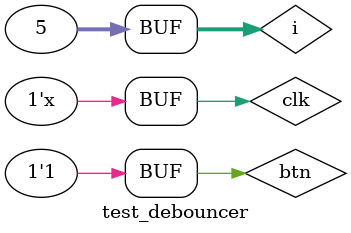
<source format=v>
`timescale 1ns / 1ps


module test_debouncer;

	// Inputs
	reg clk;
	reg btn;

	// Outputs
	wire state;

	// Instantiate the Unit Under Test (UUT)
	debouncer uut (
		.clk(clk), 
		.btn(btn), 
		.state(state)
	);

	always #10 clk = ~clk;

	integer i;

	initial begin
		// Initialize Inputs
		clk = 0;
		btn = 0;

		// Wait 100 ns for global reset to finish
		#100;
        
		// Add stimulus here
		for (i = 0; i < 5; i = i + 1)
			#5 btn = ~btn;

	end
      
endmodule


</source>
